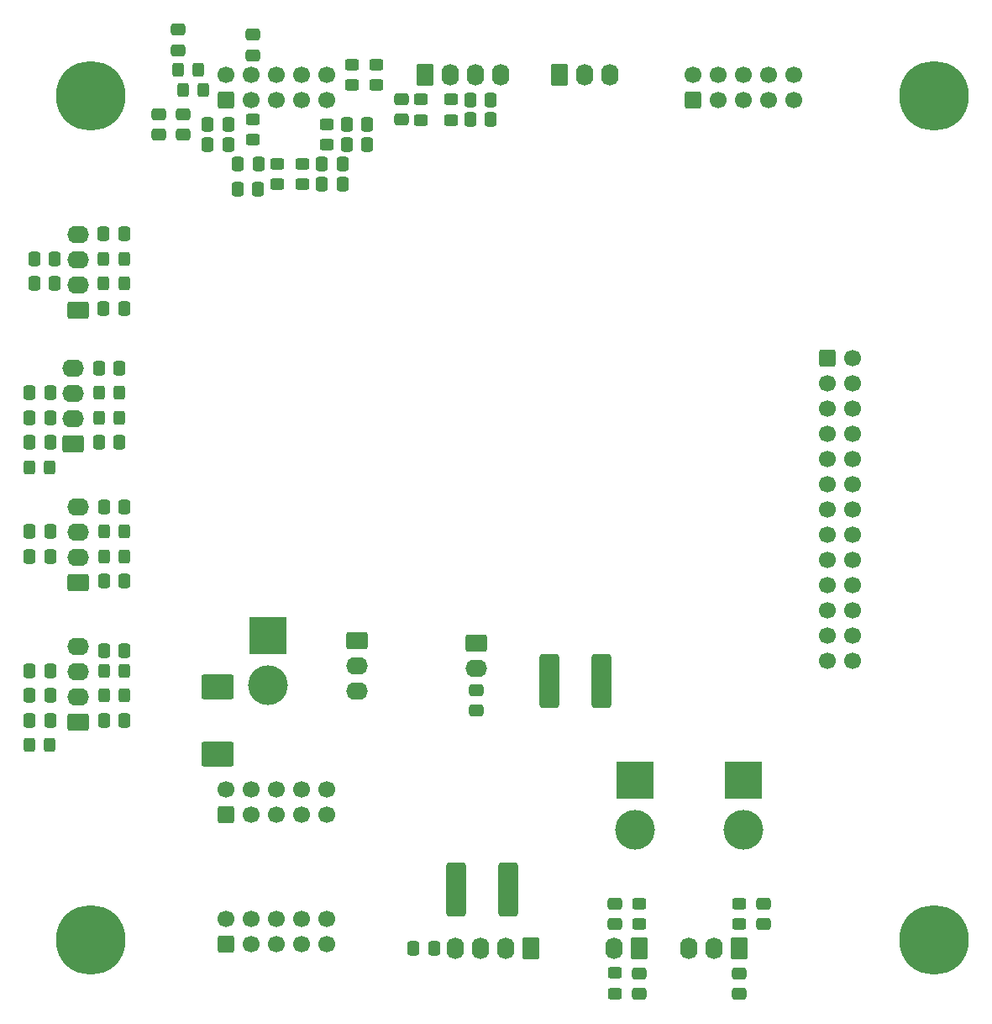
<source format=gbs>
G04 #@! TF.GenerationSoftware,KiCad,Pcbnew,7.0.1*
G04 #@! TF.CreationDate,2023-08-23T10:04:26+02:00*
G04 #@! TF.ProjectId,K_IO_brd,4b5f494f-5f62-4726-942e-6b696361645f,rev?*
G04 #@! TF.SameCoordinates,Original*
G04 #@! TF.FileFunction,Soldermask,Bot*
G04 #@! TF.FilePolarity,Negative*
%FSLAX46Y46*%
G04 Gerber Fmt 4.6, Leading zero omitted, Abs format (unit mm)*
G04 Created by KiCad (PCBNEW 7.0.1) date 2023-08-23 10:04:26*
%MOMM*%
%LPD*%
G01*
G04 APERTURE LIST*
G04 Aperture macros list*
%AMRoundRect*
0 Rectangle with rounded corners*
0 $1 Rounding radius*
0 $2 $3 $4 $5 $6 $7 $8 $9 X,Y pos of 4 corners*
0 Add a 4 corners polygon primitive as box body*
4,1,4,$2,$3,$4,$5,$6,$7,$8,$9,$2,$3,0*
0 Add four circle primitives for the rounded corners*
1,1,$1+$1,$2,$3*
1,1,$1+$1,$4,$5*
1,1,$1+$1,$6,$7*
1,1,$1+$1,$8,$9*
0 Add four rect primitives between the rounded corners*
20,1,$1+$1,$2,$3,$4,$5,0*
20,1,$1+$1,$4,$5,$6,$7,0*
20,1,$1+$1,$6,$7,$8,$9,0*
20,1,$1+$1,$8,$9,$2,$3,0*%
G04 Aperture macros list end*
%ADD10RoundRect,0.250000X0.600000X-0.600000X0.600000X0.600000X-0.600000X0.600000X-0.600000X-0.600000X0*%
%ADD11C,1.700000*%
%ADD12RoundRect,0.250000X-0.845000X0.620000X-0.845000X-0.620000X0.845000X-0.620000X0.845000X0.620000X0*%
%ADD13O,2.190000X1.740000*%
%ADD14C,0.800000*%
%ADD15C,7.000000*%
%ADD16R,3.800000X3.800000*%
%ADD17C,4.000000*%
%ADD18RoundRect,0.250000X0.845000X-0.620000X0.845000X0.620000X-0.845000X0.620000X-0.845000X-0.620000X0*%
%ADD19RoundRect,0.250000X-0.600000X-0.600000X0.600000X-0.600000X0.600000X0.600000X-0.600000X0.600000X0*%
%ADD20RoundRect,0.250000X0.620000X0.845000X-0.620000X0.845000X-0.620000X-0.845000X0.620000X-0.845000X0*%
%ADD21O,1.740000X2.190000*%
%ADD22RoundRect,0.250000X-0.620000X-0.845000X0.620000X-0.845000X0.620000X0.845000X-0.620000X0.845000X0*%
%ADD23RoundRect,0.250000X0.337500X0.475000X-0.337500X0.475000X-0.337500X-0.475000X0.337500X-0.475000X0*%
%ADD24RoundRect,0.250000X-0.325000X-0.450000X0.325000X-0.450000X0.325000X0.450000X-0.325000X0.450000X0*%
%ADD25RoundRect,0.250000X0.325000X0.450000X-0.325000X0.450000X-0.325000X-0.450000X0.325000X-0.450000X0*%
%ADD26RoundRect,0.250000X-0.337500X-0.475000X0.337500X-0.475000X0.337500X0.475000X-0.337500X0.475000X0*%
%ADD27RoundRect,0.250000X0.450000X-0.325000X0.450000X0.325000X-0.450000X0.325000X-0.450000X-0.325000X0*%
%ADD28RoundRect,0.249999X0.737501X2.450001X-0.737501X2.450001X-0.737501X-2.450001X0.737501X-2.450001X0*%
%ADD29RoundRect,0.250000X-0.475000X0.337500X-0.475000X-0.337500X0.475000X-0.337500X0.475000X0.337500X0*%
%ADD30RoundRect,0.250000X0.475000X-0.337500X0.475000X0.337500X-0.475000X0.337500X-0.475000X-0.337500X0*%
%ADD31RoundRect,0.250000X-0.450000X0.325000X-0.450000X-0.325000X0.450000X-0.325000X0.450000X0.325000X0*%
%ADD32RoundRect,0.250000X1.400000X1.000000X-1.400000X1.000000X-1.400000X-1.000000X1.400000X-1.000000X0*%
G04 APERTURE END LIST*
D10*
X131840000Y-140540000D03*
D11*
X131840000Y-138000000D03*
X134380000Y-140540000D03*
X134380000Y-138000000D03*
X136920000Y-140540000D03*
X136920000Y-138000000D03*
X139460000Y-140540000D03*
X139460000Y-138000000D03*
X142000000Y-140540000D03*
X142000000Y-138000000D03*
D12*
X145000000Y-123000000D03*
D13*
X145000000Y-125540000D03*
X145000000Y-128080000D03*
D14*
X115518845Y-153143845D03*
X116287690Y-151287690D03*
X116287690Y-155000000D03*
X118143845Y-150518845D03*
D15*
X118143845Y-153143845D03*
D14*
X118143845Y-155768845D03*
X120000000Y-151287690D03*
X120000000Y-155000000D03*
X120768845Y-153143845D03*
D16*
X184000000Y-137000000D03*
D17*
X184000000Y-142000000D03*
D18*
X116917500Y-117160000D03*
D13*
X116917500Y-114620000D03*
X116917500Y-112080000D03*
X116917500Y-109540000D03*
D19*
X192460000Y-94520000D03*
D11*
X195000000Y-94520000D03*
X192460000Y-97060000D03*
X195000000Y-97060000D03*
X192460000Y-99600000D03*
X195000000Y-99600000D03*
X192460000Y-102140000D03*
X195000000Y-102140000D03*
X192460000Y-104680000D03*
X195000000Y-104680000D03*
X192460000Y-107220000D03*
X195000000Y-107220000D03*
X192460000Y-109760000D03*
X195000000Y-109760000D03*
X192460000Y-112300000D03*
X195000000Y-112300000D03*
X192460000Y-114840000D03*
X195000000Y-114840000D03*
X192460000Y-117380000D03*
X195000000Y-117380000D03*
X192460000Y-119920000D03*
X195000000Y-119920000D03*
X192460000Y-122460000D03*
X195000000Y-122460000D03*
X192460000Y-125000000D03*
X195000000Y-125000000D03*
D14*
X200518845Y-68143845D03*
X201287690Y-66287690D03*
X201287690Y-70000000D03*
X203143845Y-65518845D03*
D15*
X203143845Y-68143845D03*
D14*
X203143845Y-70768845D03*
X205000000Y-66287690D03*
X205000000Y-70000000D03*
X205768845Y-68143845D03*
D18*
X116880000Y-89660000D03*
D13*
X116880000Y-87120000D03*
X116880000Y-84580000D03*
X116880000Y-82040000D03*
D16*
X136000000Y-122500000D03*
D17*
X136000000Y-127500000D03*
D16*
X173000000Y-137000000D03*
D17*
X173000000Y-142000000D03*
D20*
X162560000Y-153980000D03*
D21*
X160020000Y-153980000D03*
X157480000Y-153980000D03*
X154940000Y-153980000D03*
D10*
X131840000Y-153540000D03*
D11*
X131840000Y-151000000D03*
X134380000Y-153540000D03*
X134380000Y-151000000D03*
X136920000Y-153540000D03*
X136920000Y-151000000D03*
X139460000Y-153540000D03*
X139460000Y-151000000D03*
X142000000Y-153540000D03*
X142000000Y-151000000D03*
D14*
X200518845Y-153143845D03*
X201287690Y-151287690D03*
X201287690Y-155000000D03*
X203143845Y-150518845D03*
D15*
X203143845Y-153143845D03*
D14*
X203143845Y-155768845D03*
X205000000Y-151287690D03*
X205000000Y-155000000D03*
X205768845Y-153143845D03*
X115518845Y-68143845D03*
X116287690Y-66287690D03*
X116287690Y-70000000D03*
X118143845Y-65518845D03*
D15*
X118143845Y-68143845D03*
D14*
X118143845Y-70768845D03*
X120000000Y-66287690D03*
X120000000Y-70000000D03*
X120768845Y-68143845D03*
D10*
X131840000Y-68540000D03*
D11*
X131840000Y-66000000D03*
X134380000Y-68540000D03*
X134380000Y-66000000D03*
X136920000Y-68540000D03*
X136920000Y-66000000D03*
X139460000Y-68540000D03*
X139460000Y-66000000D03*
X142000000Y-68540000D03*
X142000000Y-66000000D03*
D22*
X165460000Y-66000000D03*
D21*
X168000000Y-66000000D03*
X170540000Y-66000000D03*
D12*
X157000000Y-123250000D03*
D13*
X157000000Y-125790000D03*
D10*
X178840000Y-68540000D03*
D11*
X178840000Y-66000000D03*
X181380000Y-68540000D03*
X181380000Y-66000000D03*
X183920000Y-68540000D03*
X183920000Y-66000000D03*
X186460000Y-68540000D03*
X186460000Y-66000000D03*
X189000000Y-68540000D03*
X189000000Y-66000000D03*
D18*
X116897500Y-131160000D03*
D13*
X116897500Y-128620000D03*
X116897500Y-126080000D03*
X116897500Y-123540000D03*
D20*
X173500000Y-154000000D03*
D21*
X170960000Y-154000000D03*
D20*
X183580000Y-154000000D03*
D21*
X181040000Y-154000000D03*
X178500000Y-154000000D03*
D22*
X151842500Y-66000000D03*
D21*
X154382500Y-66000000D03*
X156922500Y-66000000D03*
X159462500Y-66000000D03*
D18*
X116417500Y-103160000D03*
D13*
X116417500Y-100620000D03*
X116417500Y-98080000D03*
X116417500Y-95540000D03*
D23*
X114537500Y-87000000D03*
X112462500Y-87000000D03*
D24*
X112012500Y-133500000D03*
X114062500Y-133500000D03*
D25*
X121525000Y-84500000D03*
X119475000Y-84500000D03*
D26*
X141462500Y-77000000D03*
X143537500Y-77000000D03*
D27*
X154462500Y-70525000D03*
X154462500Y-68475000D03*
D23*
X114075000Y-126000000D03*
X112000000Y-126000000D03*
D28*
X160275000Y-148000000D03*
X155000000Y-148000000D03*
D23*
X114537500Y-84500000D03*
X112462500Y-84500000D03*
D26*
X143962500Y-73000000D03*
X146037500Y-73000000D03*
D23*
X132037500Y-71000000D03*
X129962500Y-71000000D03*
X121537500Y-89500000D03*
X119462500Y-89500000D03*
X114075000Y-98000000D03*
X112000000Y-98000000D03*
D29*
X173500000Y-156462500D03*
X173500000Y-158537500D03*
D25*
X121562500Y-112000000D03*
X119512500Y-112000000D03*
D23*
X121575000Y-109500000D03*
X119500000Y-109500000D03*
X121537500Y-82000000D03*
X119462500Y-82000000D03*
D26*
X143962500Y-71000000D03*
X146037500Y-71000000D03*
D23*
X135037500Y-77500000D03*
X132962500Y-77500000D03*
X121575000Y-124000000D03*
X119500000Y-124000000D03*
D30*
X134500000Y-64037500D03*
X134500000Y-61962500D03*
X157000000Y-130037500D03*
X157000000Y-127962500D03*
D25*
X121562500Y-114500000D03*
X119512500Y-114500000D03*
D23*
X114075000Y-128500000D03*
X112000000Y-128500000D03*
D25*
X129025000Y-65500000D03*
X126975000Y-65500000D03*
D23*
X121075000Y-95500000D03*
X119000000Y-95500000D03*
X114075000Y-114500000D03*
X112000000Y-114500000D03*
X121075000Y-103000000D03*
X119000000Y-103000000D03*
D27*
X137000000Y-77025000D03*
X137000000Y-74975000D03*
D29*
X186000000Y-149462500D03*
X186000000Y-151537500D03*
D23*
X121575000Y-117000000D03*
X119500000Y-117000000D03*
D26*
X141462500Y-75000000D03*
X143537500Y-75000000D03*
D31*
X147000000Y-64975000D03*
X147000000Y-67025000D03*
D28*
X169637500Y-127000000D03*
X164362500Y-127000000D03*
D29*
X125000000Y-69962500D03*
X125000000Y-72037500D03*
D25*
X121062500Y-100500000D03*
X119012500Y-100500000D03*
X121062500Y-98000000D03*
X119012500Y-98000000D03*
D30*
X127000000Y-63537500D03*
X127000000Y-61462500D03*
D27*
X142000000Y-73000000D03*
X142000000Y-70950000D03*
X151462500Y-70525000D03*
X151462500Y-68475000D03*
D23*
X114075000Y-112000000D03*
X112000000Y-112000000D03*
X114075000Y-100500000D03*
X112000000Y-100500000D03*
X135075000Y-75000000D03*
X133000000Y-75000000D03*
D26*
X150712500Y-154000000D03*
X152787500Y-154000000D03*
D31*
X183500000Y-149475000D03*
X183500000Y-151525000D03*
D25*
X121525000Y-87000000D03*
X119475000Y-87000000D03*
D31*
X144500000Y-64950000D03*
X144500000Y-67000000D03*
D27*
X171000000Y-158500000D03*
X171000000Y-156450000D03*
D24*
X112012500Y-105500000D03*
X114062500Y-105500000D03*
D31*
X173500000Y-149475000D03*
X173500000Y-151525000D03*
D23*
X132037500Y-73000000D03*
X129962500Y-73000000D03*
D27*
X134500000Y-72525000D03*
X134500000Y-70475000D03*
D30*
X149462500Y-70500000D03*
X149462500Y-68425000D03*
D27*
X139500000Y-77025000D03*
X139500000Y-74975000D03*
D25*
X121562500Y-126000000D03*
X119512500Y-126000000D03*
D23*
X121575000Y-131000000D03*
X119500000Y-131000000D03*
D29*
X127500000Y-69962500D03*
X127500000Y-72037500D03*
D26*
X156425000Y-70500000D03*
X158500000Y-70500000D03*
D29*
X171000000Y-149462500D03*
X171000000Y-151537500D03*
D25*
X129525000Y-67500000D03*
X127475000Y-67500000D03*
D26*
X112000000Y-103000000D03*
X114075000Y-103000000D03*
D29*
X183500000Y-156462500D03*
X183500000Y-158537500D03*
D32*
X131000000Y-127600000D03*
X131000000Y-134400000D03*
D26*
X156425000Y-68500000D03*
X158500000Y-68500000D03*
D25*
X121562500Y-128500000D03*
X119512500Y-128500000D03*
D26*
X112000000Y-131000000D03*
X114075000Y-131000000D03*
M02*

</source>
